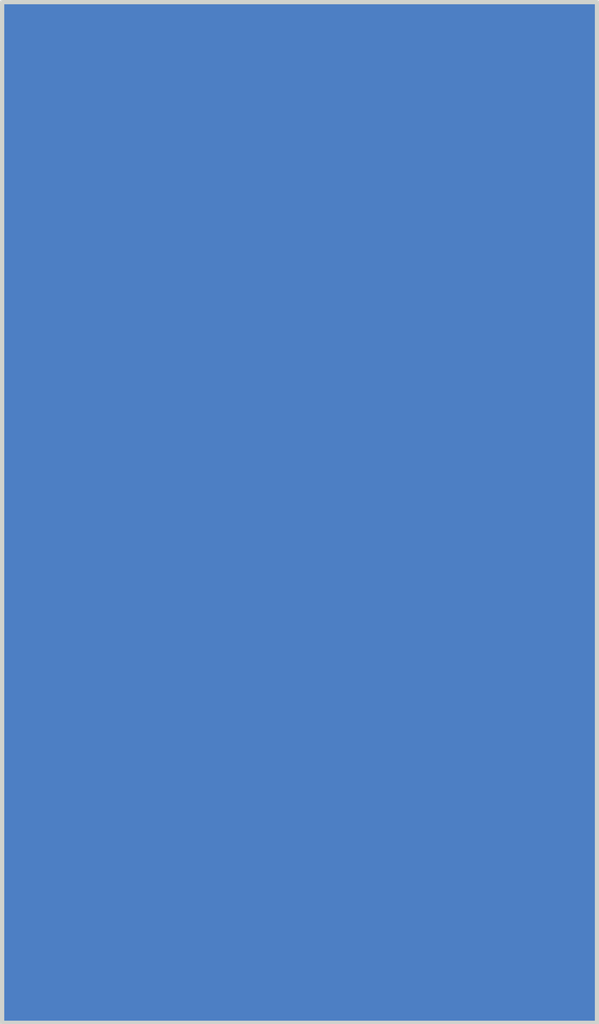
<source format=kicad_pcb>
(kicad_pcb (version 20221018) (generator pcbnew)

  (general
    (thickness 1.6)
  )

  (paper "A4")
  (layers
    (0 "F.Cu" signal)
    (31 "B.Cu" signal)
    (32 "B.Adhes" user "B.Adhesive")
    (33 "F.Adhes" user "F.Adhesive")
    (34 "B.Paste" user)
    (35 "F.Paste" user)
    (36 "B.SilkS" user "B.Silkscreen")
    (37 "F.SilkS" user "F.Silkscreen")
    (38 "B.Mask" user)
    (39 "F.Mask" user)
    (40 "Dwgs.User" user "User.Drawings")
    (41 "Cmts.User" user "User.Comments")
    (42 "Eco1.User" user "User.Eco1")
    (43 "Eco2.User" user "User.Eco2")
    (44 "Edge.Cuts" user)
    (45 "Margin" user)
    (46 "B.CrtYd" user "B.Courtyard")
    (47 "F.CrtYd" user "F.Courtyard")
    (48 "B.Fab" user)
    (49 "F.Fab" user)
    (50 "User.1" user)
    (51 "User.2" user)
    (52 "User.3" user)
    (53 "User.4" user)
    (54 "User.5" user)
    (55 "User.6" user)
    (56 "User.7" user)
    (57 "User.8" user)
    (58 "User.9" user)
  )

  (setup
    (pad_to_mask_clearance 0)
    (aux_axis_origin 140 112)
    (pcbplotparams
      (layerselection 0x0000000_7fffffff)
      (plot_on_all_layers_selection 0x0000000_00000000)
      (disableapertmacros false)
      (usegerberextensions false)
      (usegerberattributes false)
      (usegerberadvancedattributes false)
      (creategerberjobfile false)
      (dashed_line_dash_ratio 12.000000)
      (dashed_line_gap_ratio 3.000000)
      (svgprecision 6)
      (plotframeref false)
      (viasonmask false)
      (mode 1)
      (useauxorigin false)
      (hpglpennumber 1)
      (hpglpenspeed 20)
      (hpglpendiameter 15.000000)
      (dxfpolygonmode true)
      (dxfimperialunits true)
      (dxfusepcbnewfont true)
      (psnegative false)
      (psa4output false)
      (plotreference false)
      (plotvalue false)
      (plotinvisibletext false)
      (sketchpadsonfab false)
      (subtractmaskfromsilk false)
      (outputformat 1)
      (mirror false)
      (drillshape 0)
      (scaleselection 1)
      (outputdirectory "")
    )
  )

  (net 0 "")

  (gr_rect (start 140 88) (end 154 112)
    (stroke (width 0.1) (type solid)) (fill none) (layer "Edge.Cuts") (tstamp 1c936e7d-5d5d-416f-ac67-e766faf97c0f))

  (segment (start 150.15 98.95) (end 149.675 98.95) (width 0.16) (layer "F.Cu") (net 0) (tstamp 0b0b4ef1-d8ec-402e-86e0-cfdc2026ca94))
  (segment (start 143.075 109.65) (end 143.075 109.4) (width 0.1) (layer "F.Cu") (net 0) (tstamp 154789d2-b0f6-4eb9-86e2-2024da4e5bd5))
  (segment (start 149.625 96.2) (end 150.786284 96.2) (width 0.16) (layer "F.Cu") (net 0) (tstamp 264249ad-48de-4527-b4c7-a58e6086f1c1))
  (segment (start 149.061328 94.111328) (end 149.561328 94.111328) (width 0.16) (layer "F.Cu") (net 0) (tstamp 2ba56e9c-c539-4d5c-b7be-5ebc6a84f945))
  (segment (start 143.51 108.525) (end 143.075 108.96) (width 0.16) (layer "F.Cu") (net 0) (tstamp 30ef559f-fc37-400a-b9df-c7e4c4ff96cf))
  (segment (start 149.861328 90.210008) (end 149.861328 92.611328) (width 0.16) (layer "F.Cu") (net 0) (tstamp 42d5142e-f54c-44e4-9692-88abff928cab))
  (segment (start 150.661328 93.511328) (end 149.061328 93.511328) (width 0.16) (layer "F.Cu") (net 0) (tstamp 449c697b-7af2-4615-851e-cf70cb42d118))
  (segment (start 142.375 110.35) (end 143.075 109.65) (width 0.1) (layer "F.Cu") (net 0) (tstamp 48502cdd-c314-4fc0-aefc-e0ca24d5b0ee))
  (segment (start 149.861328 94.813672) (end 149.4 95.275) (width 0.16) (layer "F.Cu") (net 0) (tstamp 4a940e16-db7b-45c1-8dc0-a869451fe71f))
  (segment (start 149.65 99.975) (end 150.01224 99.975) (width 0.16) (layer "F.Cu") (net 0) (tstamp 52e2cca0-ee98-4266-a86f-f7ebbf0c908a))
  (segment (start 149.4 95.275) (end 149.4 95.975) (width 0.16) (layer "F.Cu") (net 0) (tstamp 6275b835-d8c8-4619-8aa9-55066ba3ac37))
  (segment (start 149.525 96.875) (end 149.525 98.125) (width 0.16) (layer "F.Cu") (net 0) (tstamp 6765ce56-54c6-44ec-b829-136446d96396))
  (segment (start 150.161328 92.911328) (end 150.661328 92.911328) (width 0.16) (layer "F.Cu") (net 0) (tstamp 70399a03-5f02-46e0-b7a4-b8c00ec88585))
  (segment (start 149.861328 94.411328) (end 149.861328 94.813672) (width 0.16) (layer "F.Cu") (net 0) (tstamp 72e18fdd-dd87-41f5-a74e-2a313f6417b9))
  (segment (start 149.4 99.225) (end 149.4 99.725) (width 0.16) (layer "F.Cu") (net 0) (tstamp 75c99a27-f69c-40d9-9b1d-08411e93ca23))
  (segment (start 150.786284 96.65) (end 149.75 96.65) (width 0.16) (layer "F.Cu") (net 0) (tstamp 84f1fd91-ab5a-440c-803e-12a7ea239a60))
  (segment (start 146.675 108.525) (end 143.51 108.525) (width 0.16) (layer "F.Cu") (net 0) (tstamp 8dd93809-e03d-466e-9478-1b02602fd750))
  (segment (start 141.675 110.37) (end 141.695 110.35) (width 0.1) (layer "F.Cu") (net 0) (tstamp 9317236f-7bfe-43f2-88dc-e5ad36d503fd))
  (segment (start 141.695 110.35) (end 142.375 110.35) (width 0.1) (layer "F.Cu") (net 0) (tstamp 95e69b6e-f401-478d-813e-d56a62eeed5a))
  (segment (start 143.075 108.96) (end 143.075 109.4) (width 0.16) (layer "F.Cu") (net 0) (tstamp 97084a75-875f-4977-951b-34126be52f26))
  (segment (start 149.13776 100.475) (end 150.01224 100.475) (width 0.16) (layer "F.Cu") (net 0) (tstamp a1a1a25c-7929-447a-8cff-cdb4630d3ade))
  (segment (start 149.8 98.4) (end 150.15 98.4) (width 0.16) (layer "F.Cu") (net 0) (tstamp b8a490f4-148f-4c07-8a45-5a2d582879da))
  (segment (start 149.13776 101.475) (end 150.01224 101.475) (width 0.16) (layer "F.Cu") (net 0) (tstamp ba506906-2828-4333-8b93-6f6d2a91dfc5))
  (segment (start 149.4 105.8) (end 146.675 108.525) (width 0.16) (layer "F.Cu") (net 0) (tstamp cc9fb2ef-5508-42f9-963b-23327af82e89))
  (segment (start 149.13776 101.975) (end 149.15 101.975) (width 0.16) (layer "F.Cu") (net 0) (tstamp d6f47284-ded8-413c-9f52-d0ab11f25195))
  (segment (start 149.13776 100.975) (end 150.01224 100.975) (width 0.16) (layer "F.Cu") (net 0) (tstamp dcadcccd-debf-49ce-886b-79bfe940964a))
  (segment (start 149.4 102.225) (end 149.4 105.8) (width 0.16) (layer "F.Cu") (net 0) (tstamp e17527b1-d0df-4a15-8402-147a7309680c))
  (arc (start 150.26224 100.225) (mid 150.189017 100.401777) (end 150.01224 100.475) (width 0.16) (layer "F.Cu") (net 0) (tstamp 02b406b9-dca3-47b3-9a5a-ba50fea9ab99))
  (arc (start 149.861328 92.611328) (mid 149.949196 92.82346) (end 150.161328 92.911328) (width 0.16) (layer "F.Cu") (net 0) (tstamp 061ae2e0-3479-49a6-9c9c-1aac1f1e4ca1))
  (arc (start 148.88776 100.725) (mid 148.960983 100.901777) (end 149.13776 100.975) (width 0.16) (layer "F.Cu") (net 0) (tstamp 0bdc6981-62a9-4adc-87d7-2416e5a695ed))
  (arc (start 149.4 95.975) (mid 149.465901 96.134099) (end 149.625 96.2) (width 0.16) (layer "F.Cu") (net 0) (tstamp 0cc035ed-4b76-41b1-8af0-13dd5fb79bf3))
  (arc (start 149.15 101.975) (mid 149.326777 102.048223) (end 149.4 102.225) (width 0.16) (layer "F.Cu") (net 0) (tstamp 2062d041-bd0e-4173-a129-41611129bbc9))
  (arc (start 148.761328 93.811328) (mid 148.849196 94.02346) (end 149.061328 94.111328) (width 0.16) (layer "F.Cu") (net 0) (tstamp 24dc54e4-b6a7-429e-b994-51aea59a3a44))
  (arc (start 150.26224 101.225) (mid 150.189017 101.401777) (end 150.01224 101.475) (width 0.16) (layer "F.Cu") (net 0) (tstamp 4443eaa5-03fb-44d8-8067-493eeb3a1d74))
  (arc (start 149.4 99.725) (mid 149.473223 99.901777) (end 149.65 99.975) (width 0.16) (layer "F.Cu") (net 0) (tstamp 52949183-74f2-4188-8d97-9f6e472322c2))
  (arc (start 149.13776 100.475) (mid 148.960983 100.548223) (end 148.88776 100.725) (width 0.16) (layer "F.Cu") (net 0) (tstamp 54e4b03e-e3e0-46ab-8963-224d35fdf7ad))
  (arc (start 149.75 96.65) (mid 149.590901 96.715901) (end 149.525 96.875) (width 0.16) (layer "F.Cu") (net 0) (tstamp 65a8dbf8-1ab8-4873-adf0-41a11a99742c))
  (arc (start 151.011284 96.425) (mid 150.945383 96.584099) (end 150.786284 96.65) (width 0.16) (layer "F.Cu") (net 0) (tstamp 85ccb2cd-f3a5-4ca7-8b3e-00a1c62723b7))
  (arc (start 150.15 98.4) (mid 150.344454 98.480546) (end 150.425 98.675) (width 0.16) (layer "F.Cu") (net 0) (tstamp 95448de5-19f9-4407-968f-23fe8d7e8d80))
  (arc (start 150.661328 92.911328) (mid 150.87346 92.999196) (end 150.961328 93.211328) (width 0.16) (layer "F.Cu") (net 0) (tstamp a4e03c8b-e918-4a6a-b6ea-afe67a1e7a9e))
  (arc (start 150.961328 93.211328) (mid 150.87346 93.42346) (end 150.661328 93.511328) (width 0.16) (layer "F.Cu") (net 0) (tstamp a6404759-b692-4053-a105-0ab8bfaf76e6))
  (arc (start 148.88776 101.725) (mid 148.960983 101.901777) (end 149.13776 101.975) (width 0.16) (layer "F.Cu") (net 0) (tstamp abf02a4d-f228-4bf6-9316-0a8c9226b1ab))
  (arc (start 149.13776 101.475) (mid 148.960983 101.548223) (end 148.88776 101.725) (width 0.16) (layer "F.Cu") (net 0) (tstamp ba81478a-ce2b-4d26-8dcd-98c2c05d851f))
  (arc (start 149.675 98.95) (mid 149.480546 99.030546) (end 149.4 99.225) (width 0.16) (layer "F.Cu") (net 0) (tstamp bb34d051-566e-42b3-a6c3-780a9523097d))
  (arc (start 149.525 98.125) (mid 149.605546 98.319454) (end 149.8 98.4) (width 0.16) (layer "F.Cu") (net 0) (tstamp be93ba69-7c1a-4dcc-a7e0-68d0217cc5df))
  (arc (start 149.561328 94.111328) (mid 149.77346 94.199196) (end 149.861328 94.411328) (width 0.16) (layer "F.Cu") (net 0) (tstamp c1897912-2634-4e91-8ad0-fbabd6572cc4))
  (arc (start 150.01224 99.975) (mid 150.189017 100.048223) (end 150.26224 100.225) (width 0.16) (layer "F.Cu") (net 0) (tstamp c3e4b4f3-8a15-4641-8d96-2b8e3bc481e9))
  (arc (start 149.061328 93.511328) (mid 148.849196 93.599196) (end 148.761328 93.811328) (width 0.16) (layer "F.Cu") (net 0) (tstamp cabbd934-2757-4ad7-86b8-7435d609aff4))
  (arc (start 150.425 98.675) (mid 150.344454 98.869454) (end 150.15 98.95) (width 0.16) (layer "F.Cu") (net 0) (tstamp cccc979e-6987-4e85-ad1a-a675e1967a65))
  (arc (start 150.01224 100.975) (mid 150.189017 101.048223) (end 150.26224 101.225) (width 0.16) (layer "F.Cu") (net 0) (tstamp d8c89cf7-ae57-45c7-b881-3f72bb311ee4))
  (arc (start 150.786284 96.2) (mid 150.945383 96.265901) (end 151.011284 96.425) (width 0.16) (layer "F.Cu") (net 0) (tstamp ed6a0429-97e5-48a8-b91d-92977a0b1a2f))

  (zone (net 0) (net_name "") (layer "B.Cu") (tstamp 803849ae-50c5-4d19-aef0-52acf8ebb3a3) (hatch edge 0.508)
    (connect_pads (clearance 0.1))
    (min_thickness 0.1) (filled_areas_thickness no)
    (fill yes (thermal_gap 0.508) (thermal_bridge_width 0.508))
    (polygon
      (pts
        (xy 154 112)
        (xy 140 112)
        (xy 140 88)
        (xy 154 88)
      )
    )
    (filled_polygon
      (layer "B.Cu")
      (island)
      (pts
        (xy 153.985148 88.014852)
        (xy 153.9995 88.0495)
        (xy 153.9995 111.9505)
        (xy 153.985148 111.985148)
        (xy 153.9505 111.9995)
        (xy 140.0495 111.9995)
        (xy 140.014852 111.985148)
        (xy 140.0005 111.9505)
        (xy 140.0005 88.0495)
        (xy 140.014852 88.014852)
        (xy 140.0495 88.0005)
        (xy 153.9505 88.0005)
      )
    )
  )
)

</source>
